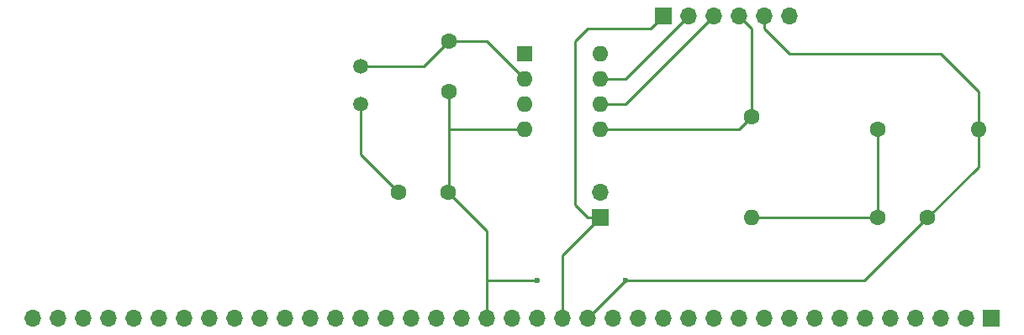
<source format=gbr>
G04 #@! TF.FileFunction,Copper,L1,Top,Signal*
%FSLAX46Y46*%
G04 Gerber Fmt 4.6, Leading zero omitted, Abs format (unit mm)*
G04 Created by KiCad (PCBNEW 4.0.6) date 05/04/17 15:53:17*
%MOMM*%
%LPD*%
G01*
G04 APERTURE LIST*
%ADD10C,0.100000*%
%ADD11C,1.600000*%
%ADD12R,1.700000X1.700000*%
%ADD13O,1.700000X1.700000*%
%ADD14O,1.600000X1.600000*%
%ADD15R,1.600000X1.600000*%
%ADD16C,1.500000*%
%ADD17C,0.600000*%
%ADD18C,0.250000*%
G04 APERTURE END LIST*
D10*
D11*
X142240000Y-99060000D03*
X142240000Y-104060000D03*
X137160000Y-114300000D03*
X142160000Y-114300000D03*
X185420000Y-116840000D03*
X190420000Y-116840000D03*
D12*
X157480000Y-116840000D03*
D13*
X157480000Y-114300000D03*
D11*
X185420000Y-107950000D03*
D14*
X195580000Y-107950000D03*
D11*
X172720000Y-106680000D03*
D14*
X172720000Y-116840000D03*
D15*
X149860000Y-100330000D03*
D14*
X157480000Y-107950000D03*
X149860000Y-102870000D03*
X157480000Y-105410000D03*
X149860000Y-105410000D03*
X157480000Y-102870000D03*
X149860000Y-107950000D03*
X157480000Y-100330000D03*
D12*
X163830000Y-96520000D03*
D13*
X166370000Y-96520000D03*
X168910000Y-96520000D03*
X171450000Y-96520000D03*
X173990000Y-96520000D03*
X176530000Y-96520000D03*
D12*
X196850000Y-127000000D03*
D13*
X194310000Y-127000000D03*
X191770000Y-127000000D03*
X189230000Y-127000000D03*
X186690000Y-127000000D03*
X184150000Y-127000000D03*
X181610000Y-127000000D03*
X179070000Y-127000000D03*
X176530000Y-127000000D03*
X173990000Y-127000000D03*
X171450000Y-127000000D03*
X168910000Y-127000000D03*
X166370000Y-127000000D03*
X163830000Y-127000000D03*
X161290000Y-127000000D03*
X158750000Y-127000000D03*
X156210000Y-127000000D03*
X153670000Y-127000000D03*
X151130000Y-127000000D03*
X148590000Y-127000000D03*
X146050000Y-127000000D03*
X143510000Y-127000000D03*
X140970000Y-127000000D03*
X138430000Y-127000000D03*
X135890000Y-127000000D03*
X133350000Y-127000000D03*
X130810000Y-127000000D03*
X128270000Y-127000000D03*
X125730000Y-127000000D03*
X123190000Y-127000000D03*
X120650000Y-127000000D03*
X118110000Y-127000000D03*
X115570000Y-127000000D03*
X113030000Y-127000000D03*
X110490000Y-127000000D03*
X107950000Y-127000000D03*
X105410000Y-127000000D03*
X102870000Y-127000000D03*
X100330000Y-127000000D03*
D16*
X133350000Y-101600000D03*
X133350000Y-105400000D03*
D17*
X160020000Y-123190000D03*
X151130000Y-123190000D03*
D18*
X133350000Y-101600000D02*
X139700000Y-101600000D01*
X139700000Y-101600000D02*
X142240000Y-99060000D01*
X142240000Y-99060000D02*
X146050000Y-99060000D01*
X146050000Y-99060000D02*
X149860000Y-102870000D01*
X133350000Y-105400000D02*
X133350000Y-110490000D01*
X133350000Y-110490000D02*
X137160000Y-114300000D01*
X157480000Y-116840000D02*
X156210000Y-116840000D01*
X162560000Y-97790000D02*
X163830000Y-96520000D01*
X156210000Y-97790000D02*
X162560000Y-97790000D01*
X154940000Y-99060000D02*
X156210000Y-97790000D01*
X154940000Y-115570000D02*
X154940000Y-99060000D01*
X156210000Y-116840000D02*
X154940000Y-115570000D01*
X153670000Y-127000000D02*
X153670000Y-120650000D01*
X153670000Y-120650000D02*
X157480000Y-116840000D01*
X195580000Y-107950000D02*
X195580000Y-104140000D01*
X173990000Y-97790000D02*
X173990000Y-96520000D01*
X176530000Y-100330000D02*
X173990000Y-97790000D01*
X191770000Y-100330000D02*
X176530000Y-100330000D01*
X195580000Y-104140000D02*
X191770000Y-100330000D01*
X146050000Y-123190000D02*
X151130000Y-123190000D01*
X149860000Y-107950000D02*
X142240000Y-107950000D01*
X146050000Y-127000000D02*
X146050000Y-123190000D01*
X146050000Y-123190000D02*
X146050000Y-118190000D01*
X146050000Y-118190000D02*
X142160000Y-114300000D01*
X142240000Y-104060000D02*
X142240000Y-107950000D01*
X142240000Y-107950000D02*
X142240000Y-114220000D01*
X142240000Y-114220000D02*
X142160000Y-114300000D01*
X156210000Y-127000000D02*
X160020000Y-123190000D01*
X184070000Y-123190000D02*
X190420000Y-116840000D01*
X160020000Y-123190000D02*
X184070000Y-123190000D01*
X195580000Y-107950000D02*
X195580000Y-111680000D01*
X195580000Y-111680000D02*
X190420000Y-116840000D01*
X172720000Y-116840000D02*
X185420000Y-116840000D01*
X185420000Y-116840000D02*
X185420000Y-107950000D01*
X172720000Y-106680000D02*
X172720000Y-97790000D01*
X172720000Y-97790000D02*
X171450000Y-96520000D01*
X167640000Y-107950000D02*
X171450000Y-107950000D01*
X171450000Y-107950000D02*
X172720000Y-106680000D01*
X157480000Y-107950000D02*
X167640000Y-107950000D01*
X157480000Y-102870000D02*
X160020000Y-102870000D01*
X160020000Y-102870000D02*
X166370000Y-96520000D01*
X157480000Y-105410000D02*
X160020000Y-105410000D01*
X160020000Y-105410000D02*
X168910000Y-96520000D01*
M02*

</source>
